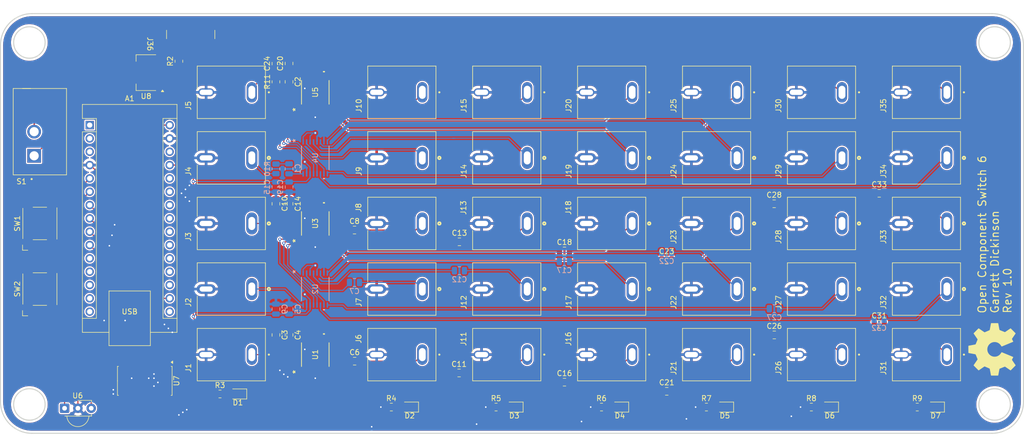
<source format=kicad_pcb>
(kicad_pcb
	(version 20241229)
	(generator "pcbnew")
	(generator_version "9.0")
	(general
		(thickness 1.6)
		(legacy_teardrops no)
	)
	(paper "A4")
	(layers
		(0 "F.Cu" signal)
		(4 "In1.Cu" signal)
		(6 "In2.Cu" signal)
		(2 "B.Cu" signal)
		(9 "F.Adhes" user "F.Adhesive")
		(11 "B.Adhes" user "B.Adhesive")
		(13 "F.Paste" user)
		(15 "B.Paste" user)
		(5 "F.SilkS" user "F.Silkscreen")
		(7 "B.SilkS" user "B.Silkscreen")
		(1 "F.Mask" user)
		(3 "B.Mask" user)
		(17 "Dwgs.User" user "User.Drawings")
		(19 "Cmts.User" user "User.Comments")
		(21 "Eco1.User" user "User.Eco1")
		(23 "Eco2.User" user "User.Eco2")
		(25 "Edge.Cuts" user)
		(27 "Margin" user)
		(31 "F.CrtYd" user "F.Courtyard")
		(29 "B.CrtYd" user "B.Courtyard")
		(35 "F.Fab" user)
		(33 "B.Fab" user)
		(39 "User.1" user)
		(41 "User.2" user)
		(43 "User.3" user)
		(45 "User.4" user)
	)
	(setup
		(stackup
			(layer "F.SilkS"
				(type "Top Silk Screen")
			)
			(layer "F.Paste"
				(type "Top Solder Paste")
			)
			(layer "F.Mask"
				(type "Top Solder Mask")
				(thickness 0.01)
			)
			(layer "F.Cu"
				(type "copper")
				(thickness 0.035)
			)
			(layer "dielectric 1"
				(type "prepreg")
				(thickness 0.1)
				(material "FR4")
				(epsilon_r 4.5)
				(loss_tangent 0.02)
			)
			(layer "In1.Cu"
				(type "copper")
				(thickness 0.035)
			)
			(layer "dielectric 2"
				(type "core")
				(thickness 1.24)
				(material "FR4")
				(epsilon_r 4.5)
				(loss_tangent 0.02)
			)
			(layer "In2.Cu"
				(type "copper")
				(thickness 0.035)
			)
			(layer "dielectric 3"
				(type "prepreg")
				(thickness 0.1)
				(material "FR4")
				(epsilon_r 4.5)
				(loss_tangent 0.02)
			)
			(layer "B.Cu"
				(type "copper")
				(thickness 0.035)
			)
			(layer "B.Mask"
				(type "Bottom Solder Mask")
				(thickness 0.01)
			)
			(layer "B.Paste"
				(type "Bottom Solder Paste")
			)
			(layer "B.SilkS"
				(type "Bottom Silk Screen")
			)
			(copper_finish "None")
			(dielectric_constraints no)
		)
		(pad_to_mask_clearance 0)
		(allow_soldermask_bridges_in_footprints no)
		(tenting front back)
		(pcbplotparams
			(layerselection 0x00000000_00000000_55555555_5755f5ff)
			(plot_on_all_layers_selection 0x00000000_00000000_00000000_00000000)
			(disableapertmacros no)
			(usegerberextensions no)
			(usegerberattributes yes)
			(usegerberadvancedattributes yes)
			(creategerberjobfile yes)
			(dashed_line_dash_ratio 12.000000)
			(dashed_line_gap_ratio 3.000000)
			(svgprecision 4)
			(plotframeref no)
			(mode 1)
			(useauxorigin no)
			(hpglpennumber 1)
			(hpglpenspeed 20)
			(hpglpendiameter 15.000000)
			(pdf_front_fp_property_popups yes)
			(pdf_back_fp_property_popups yes)
			(pdf_metadata yes)
			(pdf_single_document no)
			(dxfpolygonmode yes)
			(dxfimperialunits yes)
			(dxfusepcbnewfont yes)
			(psnegative no)
			(psa4output no)
			(plot_black_and_white yes)
			(sketchpadsonfab no)
			(plotpadnumbers no)
			(hidednponfab no)
			(sketchdnponfab yes)
			(crossoutdnponfab yes)
			(subtractmaskfromsilk no)
			(outputformat 1)
			(mirror no)
			(drillshape 0)
			(scaleselection 1)
			(outputdirectory "gerber/")
		)
	)
	(net 0 "")
	(net 1 "unconnected-(A1-~{RESET}-Pad3)")
	(net 2 "unconnected-(A1-A3-Pad22)")
	(net 3 "unconnected-(A1-~{RESET}-Pad28)")
	(net 4 "/Analog Switching/5V")
	(net 5 "unconnected-(A1-A7-Pad26)")
	(net 6 "unconnected-(A1-D12-Pad15)")
	(net 7 "unconnected-(A1-D0{slash}RX-Pad2)")
	(net 8 "unconnected-(A1-D9-Pad12)")
	(net 9 "unconnected-(A1-D11-Pad14)")
	(net 10 "unconnected-(A1-A2-Pad21)")
	(net 11 "unconnected-(A1-D13-Pad16)")
	(net 12 "unconnected-(A1-A4-Pad23)")
	(net 13 "unconnected-(A1-AREF-Pad18)")
	(net 14 "unconnected-(A1-D1{slash}TX-Pad1)")
	(net 15 "unconnected-(A1-D8-Pad11)")
	(net 16 "unconnected-(A1-A5-Pad24)")
	(net 17 "unconnected-(A1-A0-Pad19)")
	(net 18 "unconnected-(A1-D10-Pad13)")
	(net 19 "unconnected-(A1-A6-Pad25)")
	(net 20 "unconnected-(A1-A1-Pad20)")
	(net 21 "Net-(U1-OUT)")
	(net 22 "Net-(U2-OUT)")
	(net 23 "Net-(U3-OUT)")
	(net 24 "Net-(U4-OUT)")
	(net 25 "Net-(U5-OUT)")
	(net 26 "GND")
	(net 27 "/Analog Switching/CTLC")
	(net 28 "/Analog Switching/CTLA")
	(net 29 "/Analog Switching/CTLB")
	(net 30 "Net-(C1-Pad2)")
	(net 31 "Net-(C2-Pad2)")
	(net 32 "/Analog Switching/Component Input 1/Y")
	(net 33 "Net-(C6-Pad2)")
	(net 34 "Net-(C7-Pad2)")
	(net 35 "/Analog Switching/Component Input 1/Pb")
	(net 36 "Net-(C8-Pad2)")
	(net 37 "/Analog Switching/Component Input 1/Pr")
	(net 38 "/Analog Switching/Component Input 2/Y")
	(net 39 "Net-(C11-Pad2)")
	(net 40 "Net-(C12-Pad2)")
	(net 41 "/Analog Switching/Component Input 2/Pb")
	(net 42 "Net-(C13-Pad2)")
	(net 43 "/Analog Switching/Component Input 2/Pr")
	(net 44 "Net-(C16-Pad2)")
	(net 45 "/Analog Switching/Component Input 3/Y")
	(net 46 "Net-(C17-Pad2)")
	(net 47 "/Analog Switching/Component Input 3/Pb")
	(net 48 "Net-(C18-Pad2)")
	(net 49 "/Analog Switching/Component Input 3/Pr")
	(net 50 "Net-(C21-Pad2)")
	(net 51 "/Analog Switching/Component Input 4/Y")
	(net 52 "/Analog Switching/Component Input 4/Pb")
	(net 53 "Net-(C22-Pad2)")
	(net 54 "/Analog Switching/Component Input 4/Pr")
	(net 55 "Net-(C23-Pad2)")
	(net 56 "/Analog Switching/Component Input 5/Y")
	(net 57 "Net-(C26-Pad2)")
	(net 58 "/Analog Switching/Component Input 5/Pb")
	(net 59 "Net-(C27-Pad2)")
	(net 60 "Net-(C28-Pad2)")
	(net 61 "/Analog Switching/Component Input 5/Pr")
	(net 62 "/Analog Switching/Component Input 6/Y")
	(net 63 "Net-(C31-Pad2)")
	(net 64 "/Analog Switching/Component Input 6/Pb")
	(net 65 "Net-(C32-Pad2)")
	(net 66 "Net-(C33-Pad2)")
	(net 67 "/Analog Switching/Component Input 6/Pr")
	(net 68 "Net-(D1-A)")
	(net 69 "Net-(D2-A)")
	(net 70 "Net-(D3-A)")
	(net 71 "Net-(D4-A)")
	(net 72 "Net-(D5-A)")
	(net 73 "Net-(D6-A)")
	(net 74 "Net-(D7-A)")
	(net 75 "Net-(J4-Pad1)")
	(net 76 "Net-(J5-Pad1)")
	(net 77 "/Analog Switching/Component Input 1/L")
	(net 78 "/Analog Switching/Component Input 1/R")
	(net 79 "/Analog Switching/Component Input 2/L")
	(net 80 "/Analog Switching/Component Input 2/R")
	(net 81 "/Analog Switching/Component Input 3/L")
	(net 82 "/Analog Switching/Component Input 3/R")
	(net 83 "/Analog Switching/Component Input 4/L")
	(net 84 "/Analog Switching/Component Input 4/R")
	(net 85 "/Analog Switching/Component Input 5/L")
	(net 86 "/Analog Switching/Component Input 5/R")
	(net 87 "/Analog Switching/Component Input 6/L")
	(net 88 "/Analog Switching/Component Input 6/R")
	(net 89 "Net-(J36-CC1)")
	(net 90 "Net-(U7-A0)")
	(net 91 "Net-(U7-A1)")
	(net 92 "Net-(U7-A2)")
	(net 93 "Net-(U7-A3)")
	(net 94 "Net-(U7-A4)")
	(net 95 "Net-(U7-A5)")
	(net 96 "unconnected-(U7-VEE-Pad7)")
	(net 97 "unconnected-(U7-A7-Pad4)")
	(net 98 "unconnected-(U7-~{E}-Pad6)")
	(net 99 "unconnected-(U7-A6-Pad2)")
	(net 100 "Net-(A1-D3)")
	(net 101 "Net-(A1-D2)")
	(net 102 "Net-(A1-D7)")
	(net 103 "/Status LED MUX/3V3")
	(net 104 "Net-(A1-VIN)")
	(net 105 "unconnected-(J36-CC2-PadB5)")
	(net 106 "Net-(U8-VI)")
	(net 107 "Net-(U8-VO)")
	(footprint "CUI_RCJ:CUI_RCJ-053" (layer "F.Cu") (at 152.5 87.5 90))
	(footprint "Button_Switch_SMD:SW_SPST_Omron_B3FS-100xP" (layer "F.Cu") (at 65 112.5 90))
	(footprint "Capacitor_SMD:C_0805_2012Metric" (layer "F.Cu") (at 125 126.25))
	(footprint "CUI_RCJ:CUI_RCJ-052" (layer "F.Cu") (at 232.5 75 90))
	(footprint "CUI_RCJ:CUI_RCJ-052" (layer "F.Cu") (at 212.5 75 90))
	(footprint "GF_123_0054:SW_GF-123-0054" (layer "F.Cu") (at 65 82.5 90))
	(footprint "Capacitor_SMD:C_0805_2012Metric" (layer "F.Cu") (at 112.5 73 -90))
	(footprint "Resistor_SMD:R_0805_2012Metric" (layer "F.Cu") (at 232.25 135))
	(footprint "CUI_RCJ:CUI_RCJ-052" (layer "F.Cu") (at 212.5 125 90))
	(footprint "CUI_RCJ:CUI_RCJ-053" (layer "F.Cu") (at 100 87.5 90))
	(footprint "CUI_RCJ:CUI_RCJ-052" (layer "F.Cu") (at 100 125 90))
	(footprint "CUI_RCJ:CUI_RCJ-053" (layer "F.Cu") (at 172.5 87.5 90))
	(footprint "CUI_RCJ:CUI_RCJ-053" (layer "F.Cu") (at 232.5 87.5 90))
	(footprint "CUI_RCJ:CUI_RCJ-052" (layer "F.Cu") (at 192.5 125 90))
	(footprint "CUI_RCJ:CUI_RCJ-052" (layer "F.Cu") (at 132.5 125 90))
	(footprint "CUI_RCJ:CUI_RCJ-053" (layer "F.Cu") (at 192.5 87.5 90))
	(footprint "Resistor_SMD:R_0805_2012Metric" (layer "F.Cu") (at 192.0625 135))
	(footprint "LED_SMD:LED_0805_2012Metric" (layer "F.Cu") (at 195.5625 135 180))
	(footprint "Capacitor_SMD:C_0805_2012Metric" (layer "F.Cu") (at 225 94.25))
	(footprint "CUI_RCJ:CUI_RCJ-052" (layer "F.Cu") (at 152.5 125 90))
	(footprint "BH76360FV:SSOP-B16_ROM" (layer "F.Cu") (at 117.5 100 90))
	(footprint "CUI_RCJ:CUI_RCJ-053" (layer "F.Cu") (at 132.5 87.5 90))
	(footprint "Resistor_SMD:R_0805_2012Metric" (layer "F.Cu") (at 91.5 69.075 90))
	(footprint "Capacitor_SMD:C_0805_2012Metric" (layer "F.Cu") (at 110 96.25 -90))
	(footprint "Package_SO:SOIC-16W_5.3x10.2mm_P1.27mm" (layer "F.Cu") (at 85 130 -90))
	(footprint "Capacitor_SMD:C_0805_2012Metric" (layer "F.Cu") (at 112.5 121.25 -90))
	(footprint "LED_SMD:LED_0805_2012Metric" (layer "F.Cu") (at 235.75 135 180))
	(footprint "CUI_RCJ:CUI_RCJ-056" (layer "F.Cu") (at 212.5 112.5 90))
	(footprint "BH76360FV:SSOP-B16_ROM" (layer "F.Cu") (at 117.5 125 90))
	(footprint "CUI_RCJ:CUI_RCJ-052"
		(layer "F.Cu")
		(uuid "54bd72fc-28bd-4214-87da-a4cefa815791")
		(at 172.5 75 90)
		(property "Reference" "J20"
			(at -2.54718 -6.69316 90)
			(layer "F.SilkS")
			(uuid "4dc8fd16-3dcb-4135-aa8a-cae90ce85c74")
			(effects
				(font
					(size 1.00726 1.00726)
					(thickness 0.15)
				)
			)
		)
		(property "Value" "RCJ-052"
			(at 
... [1592580 chars truncated]
</source>
